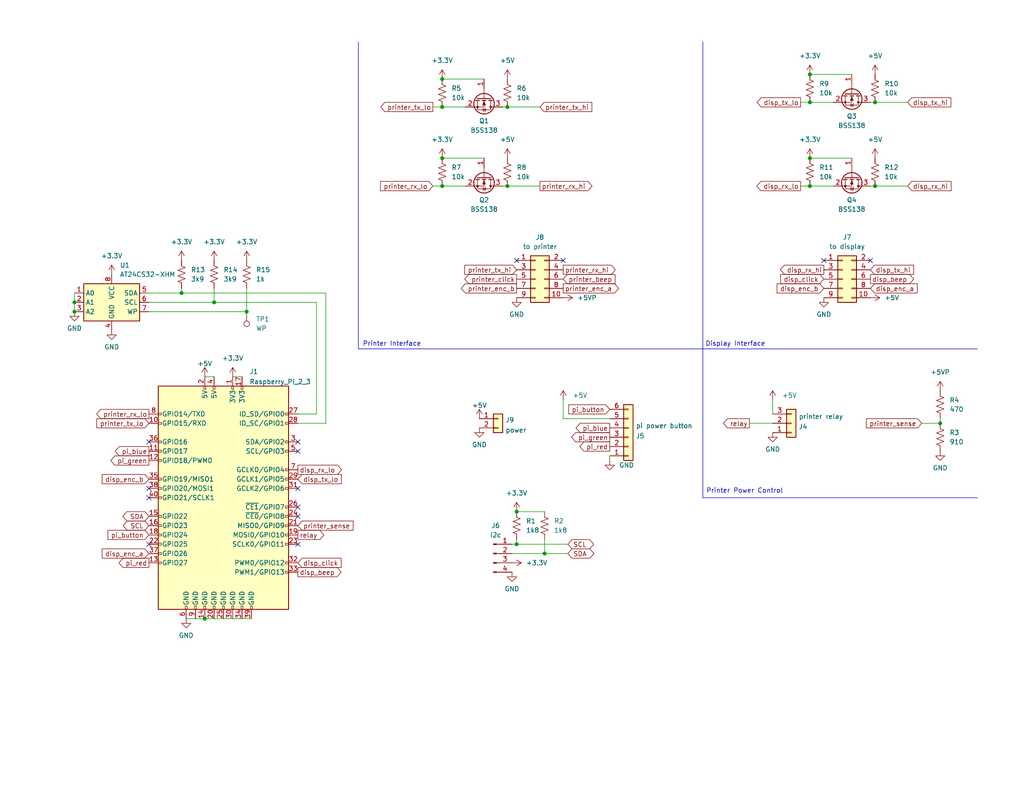
<source format=kicad_sch>
(kicad_sch (version 20231120) (generator "eeschema") (generator_version "8.0")
  (paper "USLetter")
  (title_block (title "OctoPi Breakout") (date "2024-12-02") (rev "B"))
  (lib_symbols
    (symbol "Connector:Conn_01x04_Pin" (pin_names (offset 1.016) hide)
      (property "Reference" "J" (at 0 5.08 0))
      (property "Value" "Conn_01x04_Pin" (at 0 -7.62 0))
      (symbol "Conn_01x04_Pin_1_1"
        (polyline (pts (xy 1.27 -5.08) (xy 0.8636 -5.08)) (stroke (width 0.1524)))
        (polyline (pts (xy 1.27 -2.54) (xy 0.8636 -2.54)) (stroke (width 0.1524)))
        (polyline (pts (xy 1.27 0) (xy 0.8636 0)) (stroke (width 0.1524)))
        (polyline (pts (xy 1.27 2.54) (xy 0.8636 2.54)) (stroke (width 0.1524)))
        (rectangle (start 0.8636 -4.953) (end 0 -5.207) (stroke (width 0.1524)) (fill (type outline)))
        (rectangle (start 0.8636 -2.413) (end 0 -2.667) (stroke (width 0.1524)) (fill (type outline)))
        (rectangle (start 0.8636 0.127) (end 0 -0.127) (stroke (width 0.1524)) (fill (type outline)))
        (rectangle (start 0.8636 2.667) (end 0 2.413) (stroke (width 0.1524)) (fill (type outline)))
        (pin passive line (at 5.08 2.54 180) (length 3.81) (name "Pin_1") (number "1"))
        (pin passive line (at 5.08 0 180) (length 3.81) (name "Pin_2") (number "2"))
        (pin passive line (at 5.08 -2.54 180) (length 3.81) (name "Pin_3") (number "3"))
        (pin passive line (at 5.08 -5.08 180) (length 3.81) (name "Pin_4") (number "4"))
      )
    )
    (symbol "Connector:Raspberry_Pi_2_3" (pin_names (offset 1.016))
      (property "Reference" "J" (at -17.78 31.75 0))
      (property "Value" "Raspberry_Pi_2_3" (at 10.16 -31.75 0))
      (symbol "Raspberry_Pi_2_3_0_1"
        (rectangle (start -17.78 30.48) (end 17.78 -30.48) (stroke (width 0.254)) (fill (type background)))
      )
      (symbol "Raspberry_Pi_2_3_1_1"
        (rectangle (start -16.891 -17.526) (end -17.78 -18.034))
        (rectangle (start -16.891 -14.986) (end -17.78 -15.494))
        (rectangle (start -16.891 -12.446) (end -17.78 -12.954))
        (rectangle (start -16.891 -9.906) (end -17.78 -10.414))
        (rectangle (start -16.891 -7.366) (end -17.78 -7.874))
        (rectangle (start -16.891 -4.826) (end -17.78 -5.334))
        (rectangle (start -16.891 0.254) (end -17.78 -0.254))
        (rectangle (start -16.891 2.794) (end -17.78 2.286))
        (rectangle (start -16.891 5.334) (end -17.78 4.826))
        (rectangle (start -16.891 10.414) (end -17.78 9.906))
        (rectangle (start -16.891 12.954) (end -17.78 12.446))
        (rectangle (start -16.891 15.494) (end -17.78 14.986))
        (rectangle (start -16.891 20.574) (end -17.78 20.066))
        (rectangle (start -16.891 23.114) (end -17.78 22.606))
        (rectangle (start -10.414 -29.591) (end -9.906 -30.48))
        (rectangle (start -7.874 -29.591) (end -7.366 -30.48))
        (rectangle (start -5.334 -29.591) (end -4.826 -30.48))
        (rectangle (start -5.334 30.48) (end -4.826 29.591))
        (rectangle (start -2.794 -29.591) (end -2.286 -30.48))
        (rectangle (start -2.794 30.48) (end -2.286 29.591))
        (rectangle (start -0.254 -29.591) (end 0.254 -30.48))
        (rectangle (start 2.286 -29.591) (end 2.794 -30.48))
        (rectangle (start 2.286 30.48) (end 2.794 29.591))
        (rectangle (start 4.826 -29.591) (end 5.334 -30.48))
        (rectangle (start 4.826 30.48) (end 5.334 29.591))
        (rectangle (start 7.366 -29.591) (end 7.874 -30.48))
        (rectangle (start 17.78 -20.066) (end 16.891 -20.574))
        (rectangle (start 17.78 -17.526) (end 16.891 -18.034))
        (rectangle (start 17.78 -12.446) (end 16.891 -12.954))
        (rectangle (start 17.78 -9.906) (end 16.891 -10.414))
        (rectangle (start 17.78 -7.366) (end 16.891 -7.874))
        (rectangle (start 17.78 -4.826) (end 16.891 -5.334))
        (rectangle (start 17.78 -2.286) (end 16.891 -2.794))
        (rectangle (start 17.78 2.794) (end 16.891 2.286))
        (rectangle (start 17.78 5.334) (end 16.891 4.826))
        (rectangle (start 17.78 7.874) (end 16.891 7.366))
        (rectangle (start 17.78 12.954) (end 16.891 12.446))
        (rectangle (start 17.78 15.494) (end 16.891 14.986))
        (rectangle (start 17.78 20.574) (end 16.891 20.066))
        (rectangle (start 17.78 23.114) (end 16.891 22.606))
        (pin power_in line (at 2.54 33.02 270) (length 2.54) (name "3V3") (number "1"))
        (pin bidirectional line (at -20.32 20.32 0) (length 2.54) (name "GPIO15/RXD") (number "10"))
        (pin bidirectional line (at -20.32 12.7 0) (length 2.54) (name "GPIO17") (number "11"))
        (pin bidirectional line (at -20.32 10.16 0) (length 2.54) (name "GPIO18/PWM0") (number "12"))
        (pin bidirectional line (at -20.32 -17.78 0) (length 2.54) (name "GPIO27") (number "13"))
        (pin power_in line (at -5.08 -33.02 90) (length 2.54) (name "GND") (number "14"))
        (pin bidirectional line (at -20.32 -5.08 0) (length 2.54) (name "GPIO22") (number "15"))
        (pin bidirectional line (at -20.32 -7.62 0) (length 2.54) (name "GPIO23") (number "16"))
        (pin power_in line (at 5.08 33.02 270) (length 2.54) (name "3V3") (number "17"))
        (pin bidirectional line (at -20.32 -10.16 0) (length 2.54) (name "GPIO24") (number "18"))
        (pin bidirectional line (at 20.32 -10.16 180) (length 2.54) (name "MOSI0/GPIO10") (number "19"))
        (pin power_in line (at -5.08 33.02 270) (length 2.54) (name "5V") (number "2"))
        (pin power_in line (at -2.54 -33.02 90) (length 2.54) (name "GND") (number "20"))
        (pin bidirectional line (at 20.32 -7.62 180) (length 2.54) (name "MISO0/GPIO9") (number "21"))
        (pin bidirectional line (at -20.32 -12.7 0) (length 2.54) (name "GPIO25") (number "22"))
        (pin bidirectional line (at 20.32 -12.7 180) (length 2.54) (name "SCLK0/GPIO11") (number "23"))
        (pin bidirectional line (at 20.32 -5.08 180) (length 2.54) (name "~{CE0}/GPIO8") (number "24"))
        (pin power_in line (at 0 -33.02 90) (length 2.54) (name "GND") (number "25"))
        (pin bidirectional line (at 20.32 -2.54 180) (length 2.54) (name "~{CE1}/GPIO7") (number "26"))
        (pin bidirectional line (at 20.32 22.86 180) (length 2.54) (name "ID_SD/GPIO0") (number "27"))
        (pin bidirectional line (at 20.32 20.32 180) (length 2.54) (name "ID_SC/GPIO1") (number "28"))
        (pin bidirectional line (at 20.32 5.08 180) (length 2.54) (name "GCLK1/GPIO5") (number "29"))
        (pin bidirectional line (at 20.32 15.24 180) (length 2.54) (name "SDA/GPIO2") (number "3"))
        (pin power_in line (at 2.54 -33.02 90) (length 2.54) (name "GND") (number "30"))
        (pin bidirectional line (at 20.32 2.54 180) (length 2.54) (name "GCLK2/GPIO6") (number "31"))
        (pin bidirectional line (at 20.32 -17.78 180) (length 2.54) (name "PWM0/GPIO12") (number "32"))
        (pin bidirectional line (at 20.32 -20.32 180) (length 2.54) (name "PWM1/GPIO13") (number "33"))
        (pin power_in line (at 5.08 -33.02 90) (length 2.54) (name "GND") (number "34"))
        (pin bidirectional line (at -20.32 5.08 0) (length 2.54) (name "GPIO19/MISO1") (number "35"))
        (pin bidirectional line (at -20.32 15.24 0) (length 2.54) (name "GPIO16") (number "36"))
        (pin bidirectional line (at -20.32 -15.24 0) (length 2.54) (name "GPIO26") (number "37"))
        (pin bidirectional line (at -20.32 2.54 0) (length 2.54) (name "GPIO20/MOSI1") (number "38"))
        (pin power_in line (at 7.62 -33.02 90) (length 2.54) (name "GND") (number "39"))
        (pin power_in line (at -2.54 33.02 270) (length 2.54) (name "5V") (number "4"))
        (pin bidirectional line (at -20.32 0 0) (length 2.54) (name "GPIO21/SCLK1") (number "40"))
        (pin bidirectional line (at 20.32 12.7 180) (length 2.54) (name "SCL/GPIO3") (number "5"))
        (pin power_in line (at -10.16 -33.02 90) (length 2.54) (name "GND") (number "6"))
        (pin bidirectional line (at 20.32 7.62 180) (length 2.54) (name "GCLK0/GPIO4") (number "7"))
        (pin bidirectional line (at -20.32 22.86 0) (length 2.54) (name "GPIO14/TXD") (number "8"))
        (pin power_in line (at -7.62 -33.02 90) (length 2.54) (name "GND") (number "9"))
      )
    )
    (symbol "Connector:TestPoint" (pin_numbers hide) (pin_names (offset 0.762) hide)
      (property "Reference" "TP" (at 0 6.858 0))
      (property "Value" "TestPoint" (at 0 5.08 0))
      (symbol "TestPoint_0_1"
        (circle (center 0 3.302) (radius 0.762))
      )
      (symbol "TestPoint_1_1"
        (pin passive line (at 0 0 90) (length 2.54) (name "1") (number "1"))
      )
    )
    (symbol "Connector_Generic:Conn_01x02" (pin_names (offset 1.016) hide)
      (property "Reference" "J" (at 0 2.54 0))
      (property "Value" "Conn_01x02" (at 0 -5.08 0))
      (symbol "Conn_01x02_1_1"
        (rectangle (start -1.27 -2.413) (end 0 -2.667) (stroke (width 0.1524)))
        (rectangle (start -1.27 0.127) (end 0 -0.127) (stroke (width 0.1524)))
        (rectangle (start -1.27 1.27) (end 1.27 -3.81) (stroke (width 0.254)) (fill (type background)))
        (pin passive line (at -5.08 0 0) (length 3.81) (name "Pin_1") (number "1"))
        (pin passive line (at -5.08 -2.54 0) (length 3.81) (name "Pin_2") (number "2"))
      )
    )
    (symbol "Connector_Generic:Conn_01x03" (pin_names (offset 1.016) hide)
      (property "Reference" "J" (at 0 5.08 0))
      (property "Value" "Conn_01x03" (at 0 -5.08 0))
      (symbol "Conn_01x03_1_1"
        (rectangle (start -1.27 -2.413) (end 0 -2.667) (stroke (width 0.1524)))
        (rectangle (start -1.27 0.127) (end 0 -0.127) (stroke (width 0.1524)))
        (rectangle (start -1.27 2.667) (end 0 2.413) (stroke (width 0.1524)))
        (rectangle (start -1.27 3.81) (end 1.27 -3.81) (stroke (width 0.254)) (fill (type background)))
        (pin passive line (at -5.08 2.54 0) (length 3.81) (name "Pin_1") (number "1"))
        (pin passive line (at -5.08 0 0) (length 3.81) (name "Pin_2") (number "2"))
        (pin passive line (at -5.08 -2.54 0) (length 3.81) (name "Pin_3") (number "3"))
      )
    )
    (symbol "Connector_Generic:Conn_01x06" (pin_names (offset 1.016) hide)
      (property "Reference" "J" (at 0 7.62 0))
      (property "Value" "Conn_01x06" (at 0 -10.16 0))
      (symbol "Conn_01x06_1_1"
        (rectangle (start -1.27 -7.493) (end 0 -7.747) (stroke (width 0.1524)))
        (rectangle (start -1.27 -4.953) (end 0 -5.207) (stroke (width 0.1524)))
        (rectangle (start -1.27 -2.413) (end 0 -2.667) (stroke (width 0.1524)))
        (rectangle (start -1.27 0.127) (end 0 -0.127) (stroke (width 0.1524)))
        (rectangle (start -1.27 2.667) (end 0 2.413) (stroke (width 0.1524)))
        (rectangle (start -1.27 5.207) (end 0 4.953) (stroke (width 0.1524)))
        (rectangle (start -1.27 6.35) (end 1.27 -8.89) (stroke (width 0.254)) (fill (type background)))
        (pin passive line (at -5.08 5.08 0) (length 3.81) (name "Pin_1") (number "1"))
        (pin passive line (at -5.08 2.54 0) (length 3.81) (name "Pin_2") (number "2"))
        (pin passive line (at -5.08 0 0) (length 3.81) (name "Pin_3") (number "3"))
        (pin passive line (at -5.08 -2.54 0) (length 3.81) (name "Pin_4") (number "4"))
        (pin passive line (at -5.08 -5.08 0) (length 3.81) (name "Pin_5") (number "5"))
        (pin passive line (at -5.08 -7.62 0) (length 3.81) (name "Pin_6") (number "6"))
      )
    )
    (symbol "Connector_Generic:Conn_02x05_Odd_Even" (pin_names (offset 1.016) hide)
      (property "Reference" "J" (at 1.27 7.62 0))
      (property "Value" "Conn_02x05_Odd_Even" (at 1.27 -7.62 0))
      (symbol "Conn_02x05_Odd_Even_1_1"
        (rectangle (start -1.27 -4.953) (end 0 -5.207) (stroke (width 0.1524)))
        (rectangle (start -1.27 -2.413) (end 0 -2.667) (stroke (width 0.1524)))
        (rectangle (start -1.27 0.127) (end 0 -0.127) (stroke (width 0.1524)))
        (rectangle (start -1.27 2.667) (end 0 2.413) (stroke (width 0.1524)))
        (rectangle (start -1.27 5.207) (end 0 4.953) (stroke (width 0.1524)))
        (rectangle (start -1.27 6.35) (end 3.81 -6.35) (stroke (width 0.254)) (fill (type background)))
        (rectangle (start 3.81 -4.953) (end 2.54 -5.207) (stroke (width 0.1524)))
        (rectangle (start 3.81 -2.413) (end 2.54 -2.667) (stroke (width 0.1524)))
        (rectangle (start 3.81 0.127) (end 2.54 -0.127) (stroke (width 0.1524)))
        (rectangle (start 3.81 2.667) (end 2.54 2.413) (stroke (width 0.1524)))
        (rectangle (start 3.81 5.207) (end 2.54 4.953) (stroke (width 0.1524)))
        (pin passive line (at -5.08 5.08 0) (length 3.81) (name "Pin_1") (number "1"))
        (pin passive line (at 7.62 -5.08 180) (length 3.81) (name "Pin_10") (number "10"))
        (pin passive line (at 7.62 5.08 180) (length 3.81) (name "Pin_2") (number "2"))
        (pin passive line (at -5.08 2.54 0) (length 3.81) (name "Pin_3") (number "3"))
        (pin passive line (at 7.62 2.54 180) (length 3.81) (name "Pin_4") (number "4"))
        (pin passive line (at -5.08 0 0) (length 3.81) (name "Pin_5") (number "5"))
        (pin passive line (at 7.62 0 180) (length 3.81) (name "Pin_6") (number "6"))
        (pin passive line (at -5.08 -2.54 0) (length 3.81) (name "Pin_7") (number "7"))
        (pin passive line (at 7.62 -2.54 180) (length 3.81) (name "Pin_8") (number "8"))
        (pin passive line (at -5.08 -5.08 0) (length 3.81) (name "Pin_9") (number "9"))
      )
    )
    (symbol "Device:R_US" (pin_numbers hide) (pin_names (offset 0))
      (property "Reference" "R" (at 2.54 0 90))
      (property "Value" "R_US" (at -2.54 0 90))
      (symbol "R_US_0_1"
        (polyline (pts (xy 0 -2.286) (xy 0 -2.54)))
        (polyline (pts (xy 0 2.286) (xy 0 2.54)))
        (polyline (pts (xy 0 -0.762) (xy 1.016 -1.143) (xy 0 -1.524) (xy -1.016 -1.905) (xy 0 -2.286)))
        (polyline (pts (xy 0 0.762) (xy 1.016 0.381) (xy 0 0) (xy -1.016 -0.381) (xy 0 -0.762)))
        (polyline (pts (xy 0 2.286) (xy 1.016 1.905) (xy 0 1.524) (xy -1.016 1.143) (xy 0 0.762)))
      )
      (symbol "R_US_1_1"
        (pin passive line (at 0 3.81 270) (length 1.27) (name "~") (number "1"))
        (pin passive line (at 0 -3.81 90) (length 1.27) (name "~") (number "2"))
      )
    )
    (symbol "Memory_EEPROM:AT24CS32-XHM"
      (property "Reference" "U" (at -7.62 6.35 0))
      (property "Value" "AT24CS32-XHM" (at 2.54 -6.35 0))
      (symbol "AT24CS32-XHM_1_1"
        (rectangle (start -7.62 5.08) (end 7.62 -5.08) (stroke (width 0.254)) (fill (type background)))
        (pin input line (at -10.16 2.54 0) (length 2.54) (name "A0") (number "1"))
        (pin input line (at -10.16 0 0) (length 2.54) (name "A1") (number "2"))
        (pin input line (at -10.16 -2.54 0) (length 2.54) (name "A2") (number "3"))
        (pin power_in line (at 0 -7.62 90) (length 2.54) (name "GND") (number "4"))
        (pin bidirectional line (at 10.16 2.54 180) (length 2.54) (name "SDA") (number "5"))
        (pin input line (at 10.16 0 180) (length 2.54) (name "SCL") (number "6"))
        (pin input line (at 10.16 -2.54 180) (length 2.54) (name "WP") (number "7"))
        (pin power_in line (at 0 7.62 270) (length 2.54) (name "VCC") (number "8"))
      )
    )
    (symbol "Transistor_FET:BSS138" (pin_names hide)
      (property "Reference" "Q" (at 5.08 1.905 0))
      (property "Value" "BSS138" (at 5.08 0 0))
      (symbol "BSS138_0_1"
        (polyline (pts (xy 0.254 0) (xy -2.54 0)))
        (polyline (pts (xy 0.254 1.905) (xy 0.254 -1.905)) (stroke (width 0.254)))
        (polyline (pts (xy 0.762 -1.27) (xy 0.762 -2.286)) (stroke (width 0.254)))
        (polyline (pts (xy 0.762 0.508) (xy 0.762 -0.508)) (stroke (width 0.254)))
        (polyline (pts (xy 0.762 2.286) (xy 0.762 1.27)) (stroke (width 0.254)))
        (polyline (pts (xy 2.54 2.54) (xy 2.54 1.778)))
        (polyline (pts (xy 2.54 -2.54) (xy 2.54 0) (xy 0.762 0)))
        (polyline (pts (xy 0.762 -1.778) (xy 3.302 -1.778) (xy 3.302 1.778) (xy 0.762 1.778)))
        (polyline (pts (xy 1.016 0) (xy 2.032 0.381) (xy 2.032 -0.381) (xy 1.016 0)) (fill (type outline)))
        (polyline (pts (xy 2.794 0.508) (xy 2.921 0.381) (xy 3.683 0.381) (xy 3.81 0.254)))
        (polyline (pts (xy 3.302 0.381) (xy 2.921 -0.254) (xy 3.683 -0.254) (xy 3.302 0.381)))
        (circle (center 1.651 0) (radius 2.794) (stroke (width 0.254)))
        (circle (center 2.54 -1.778) (radius 0.254) (fill (type outline)))
        (circle (center 2.54 1.778) (radius 0.254) (fill (type outline)))
      )
      (symbol "BSS138_1_1"
        (pin input line (at -5.08 0 0) (length 2.54) (name "G") (number "1"))
        (pin passive line (at 2.54 -5.08 90) (length 2.54) (name "S") (number "2"))
        (pin passive line (at 2.54 5.08 270) (length 2.54) (name "D") (number "3"))
      )
    )
    (symbol "power:+3.3V" (power) (pin_numbers hide) (pin_names (offset 0) hide)
      (property "Value" "+3.3V" (at 0 3.556 0))
      (symbol "+3.3V_0_1"
        (polyline (pts (xy -0.762 1.27) (xy 0 2.54)))
        (polyline (pts (xy 0 0) (xy 0 2.54)))
        (polyline (pts (xy 0 2.54) (xy 0.762 1.27)))
      )
      (symbol "+3.3V_1_1"
        (pin power_in line (at 0 0 90) (length 0) (name "~") (number "1"))
      )
    )
    (symbol "power:+5V" (power) (pin_names (offset 0))
      (property "Value" "+5V" (at 0 3.556 0))
      (symbol "+5V_0_1"
        (polyline (pts (xy -0.762 1.27) (xy 0 2.54)))
        (polyline (pts (xy 0 0) (xy 0 2.54)))
        (polyline (pts (xy 0 2.54) (xy 0.762 1.27)))
      )
      (symbol "+5V_1_1"
        (pin power_in line (at 0 0 90) (length 0) hide (name "+5V") (number "1"))
      )
    )
    (symbol "power:+5VP" (power) (pin_numbers hide) (pin_names (offset 0) hide)
      (property "Value" "+5VP" (at 0 3.556 0))
      (symbol "+5VP_0_1"
        (polyline (pts (xy -0.762 1.27) (xy 0 2.54)))
        (polyline (pts (xy 0 0) (xy 0 2.54)))
        (polyline (pts (xy 0 2.54) (xy 0.762 1.27)))
      )
      (symbol "+5VP_1_1"
        (pin power_in line (at 0 0 90) (length 0) (name "~") (number "1"))
      )
    )
    (symbol "power:GND" (power) (pin_names (offset 0))
      (property "Value" "GND" (at 0 -3.81 0))
      (symbol "GND_0_1"
        (polyline (pts (xy 0 0) (xy 0 -1.27) (xy 1.27 -1.27) (xy 0 -2.54) (xy -1.27 -1.27) (xy 0 -1.27)))
      )
      (symbol "GND_1_1"
        (pin power_in line (at 0 0 270) (length 0) hide (name "GND") (number "1"))
      )
    )
  )
  (junction (at 120.65 43.18))
  (junction (at 138.43 50.8))
  (junction (at 138.43 29.21))
  (junction (at 256.54 115.57))
  (junction (at 58.42 82.55))
  (junction (at 220.98 43.18))
  (junction (at 20.32 82.55))
  (junction (at 55.88 168.91))
  (junction (at 220.98 27.94))
  (junction (at 148.59 151.13))
  (junction (at 238.76 27.94))
  (junction (at 120.65 21.59))
  (junction (at 67.31 85.09))
  (junction (at 140.97 148.59))
  (junction (at 140.97 139.7))
  (junction (at 220.98 20.32))
  (junction (at 120.65 29.21))
  (junction (at 120.65 50.8))
  (junction (at 220.98 50.8))
  (junction (at 49.53 80.01))
  (junction (at 20.32 85.09))
  (junction (at 238.76 50.8))
  (no_connect (at 81.28 133.35))
  (no_connect (at 40.64 120.65))
  (no_connect (at 81.28 138.43))
  (no_connect (at 40.64 133.35))
  (no_connect (at 81.28 120.65))
  (no_connect (at 81.28 148.59))
  (no_connect (at 40.64 135.89))
  (no_connect (at 224.79 71.12))
  (no_connect (at 140.97 71.12))
  (no_connect (at 237.49 71.12))
  (no_connect (at 40.64 148.59))
  (no_connect (at 81.28 140.97))
  (no_connect (at 153.67 71.12))
  (no_connect (at 81.28 123.19))
  (wire (pts (xy 55.88 168.91) (xy 68.58 168.91)))
  (wire (pts (xy 140.97 147.32) (xy 140.97 148.59)))
  (wire (pts (xy 81.28 113.03) (xy 86.36 113.03)))
  (wire (pts (xy 55.88 102.87) (xy 58.42 102.87)))
  (wire (pts (xy 140.97 139.7) (xy 148.59 139.7)))
  (wire (pts (xy 88.9 80.01) (xy 49.53 80.01)))
  (wire (pts (xy 256.54 114.3) (xy 256.54 115.57)))
  (wire (pts (xy 166.37 124.46) (xy 166.37 125.73)))
  (polyline (pts (xy 97.79 11.43) (xy 97.79 95.25)))
  (wire (pts (xy 20.32 80.01) (xy 20.32 82.55)))
  (wire (pts (xy 40.64 82.55) (xy 58.42 82.55)))
  (wire (pts (xy 218.44 27.94) (xy 220.98 27.94)))
  (polyline (pts (xy 191.77 95.25) (xy 97.79 95.25)))
  (wire (pts (xy 120.65 29.21) (xy 127 29.21)))
  (wire (pts (xy 140.97 148.59) (xy 139.7 148.59)))
  (wire (pts (xy 20.32 82.55) (xy 20.32 85.09)))
  (wire (pts (xy 67.31 85.09) (xy 67.31 78.74)))
  (wire (pts (xy 237.49 27.94) (xy 238.76 27.94)))
  (polyline (pts (xy 191.77 95.25) (xy 266.7 95.25)))
  (wire (pts (xy 153.67 114.3) (xy 166.37 114.3)))
  (wire (pts (xy 148.59 147.32) (xy 148.59 151.13)))
  (wire (pts (xy 120.65 50.8) (xy 127 50.8)))
  (polyline (pts (xy 191.77 135.89) (xy 266.7 135.89)))
  (wire (pts (xy 88.9 115.57) (xy 88.9 80.01)))
  (polyline (pts (xy 191.77 95.25) (xy 191.77 135.89)))
  (wire (pts (xy 220.98 27.94) (xy 227.33 27.94)))
  (wire (pts (xy 154.94 151.13) (xy 148.59 151.13)))
  (wire (pts (xy 153.67 109.22) (xy 153.67 114.3)))
  (polyline (pts (xy 191.77 11.43) (xy 191.77 95.25)))
  (wire (pts (xy 220.98 20.32) (xy 232.41 20.32)))
  (wire (pts (xy 210.82 109.22) (xy 210.82 113.03)))
  (wire (pts (xy 137.16 50.8) (xy 138.43 50.8)))
  (wire (pts (xy 81.28 115.57) (xy 88.9 115.57)))
  (wire (pts (xy 58.42 78.74) (xy 58.42 82.55)))
  (wire (pts (xy 138.43 50.8) (xy 147.32 50.8)))
  (wire (pts (xy 120.65 43.18) (xy 132.08 43.18)))
  (wire (pts (xy 204.47 115.57) (xy 210.82 115.57)))
  (wire (pts (xy 139.7 151.13) (xy 148.59 151.13)))
  (wire (pts (xy 63.5 102.87) (xy 66.04 102.87)))
  (wire (pts (xy 58.42 82.55) (xy 86.36 82.55)))
  (wire (pts (xy 50.8 168.91) (xy 55.88 168.91)))
  (wire (pts (xy 154.94 148.59) (xy 140.97 148.59)))
  (wire (pts (xy 137.16 29.21) (xy 138.43 29.21)))
  (wire (pts (xy 220.98 43.18) (xy 232.41 43.18)))
  (wire (pts (xy 237.49 50.8) (xy 238.76 50.8)))
  (wire (pts (xy 49.53 78.74) (xy 49.53 80.01)))
  (wire (pts (xy 238.76 27.94) (xy 247.65 27.94)))
  (wire (pts (xy 118.11 50.8) (xy 120.65 50.8)))
  (wire (pts (xy 220.98 50.8) (xy 227.33 50.8)))
  (wire (pts (xy 238.76 50.8) (xy 247.65 50.8)))
  (wire (pts (xy 138.43 29.21) (xy 147.32 29.21)))
  (wire (pts (xy 86.36 113.03) (xy 86.36 82.55)))
  (wire (pts (xy 251.46 115.57) (xy 256.54 115.57)))
  (wire (pts (xy 40.64 80.01) (xy 49.53 80.01)))
  (wire (pts (xy 218.44 50.8) (xy 220.98 50.8)))
  (wire (pts (xy 120.65 21.59) (xy 132.08 21.59)))
  (wire (pts (xy 118.11 29.21) (xy 120.65 29.21)))
  (wire (pts (xy 40.64 85.09) (xy 67.31 85.09)))
  (text "Printer Interface" (at 106.934 93.98 0) (effects (font (size 1.27 1.27))))
  (text "Display Interface" (at 200.66 93.98 0) (effects (font (size 1.27 1.27))))
  (text "Printer Power Control" (at 203.2 134.112 0) (effects (font (size 1.27 1.27))))
  (global_label "relay" (shape output) (at 204.47 115.57 180) (property "Intersheetrefs" "${INTERSHEET_REFS}" (effects (hide yes))))
  (global_label "disp_click" (shape input) (at 81.28 153.67 0) (property "Intersheetrefs" "${INTERSHEET_REFS}" (effects (hide yes))))
  (global_label "printer_sense" (shape input) (at 81.28 143.51 0) (property "Intersheetrefs" "${INTERSHEET_REFS}" (effects (hide yes))))
  (global_label "printer_rx_hi" (shape output) (at 147.32 50.8 0) (property "Intersheetrefs" "${INTERSHEET_REFS}" (effects (hide yes))))
  (global_label "pi_green" (shape output) (at 40.64 125.73 180) (property "Intersheetrefs" "${INTERSHEET_REFS}" (effects (hide yes))))
  (global_label "disp_tx_hi" (shape input) (at 237.49 73.66 0) (property "Intersheetrefs" "${INTERSHEET_REFS}" (effects (hide yes))))
  (global_label "printer_tx_hi" (shape input) (at 140.97 73.66 180) (property "Intersheetrefs" "${INTERSHEET_REFS}" (effects (hide yes))))
  (global_label "SCL" (shape bidirectional) (at 40.64 143.51 180) (property "Intersheetrefs" "${INTERSHEET_REFS}" (effects (hide yes))))
  (global_label "pi_blue" (shape output) (at 166.37 116.84 180) (property "Intersheetrefs" "${INTERSHEET_REFS}" (effects (hide yes))))
  (global_label "printer_enc_a" (shape output) (at 153.67 78.74 0) (property "Intersheetrefs" "${INTERSHEET_REFS}" (effects (hide yes))))
  (global_label "disp_rx_hi" (shape output) (at 224.79 73.66 180) (property "Intersheetrefs" "${INTERSHEET_REFS}" (effects (hide yes))))
  (global_label "printer_tx_lo" (shape input) (at 40.64 115.57 180) (property "Intersheetrefs" "${INTERSHEET_REFS}" (effects (hide yes))))
  (global_label "disp_enc_a" (shape input) (at 237.49 78.74 0) (property "Intersheetrefs" "${INTERSHEET_REFS}" (effects (hide yes))))
  (global_label "pi_green" (shape output) (at 166.37 119.38 180) (property "Intersheetrefs" "${INTERSHEET_REFS}" (effects (hide yes))))
  (global_label "disp_beep" (shape output) (at 81.28 156.21 0) (property "Intersheetrefs" "${INTERSHEET_REFS}" (effects (hide yes))))
  (global_label "SDA" (shape bidirectional) (at 154.94 151.13 0) (property "Intersheetrefs" "${INTERSHEET_REFS}" (effects (hide yes))))
  (global_label "disp_tx_lo" (shape input) (at 81.28 130.81 0) (property "Intersheetrefs" "${INTERSHEET_REFS}" (effects (hide yes))))
  (global_label "pi_button" (shape input) (at 40.64 146.05 180) (property "Intersheetrefs" "${INTERSHEET_REFS}" (effects (hide yes))))
  (global_label "disp_rx_lo" (shape output) (at 81.28 128.27 0) (property "Intersheetrefs" "${INTERSHEET_REFS}" (effects (hide yes))))
  (global_label "relay" (shape output) (at 81.28 146.05 0) (property "Intersheetrefs" "${INTERSHEET_REFS}" (effects (hide yes))))
  (global_label "pi_blue" (shape output) (at 40.64 123.19 180) (property "Intersheetrefs" "${INTERSHEET_REFS}" (effects (hide yes))))
  (global_label "disp_tx_hi" (shape input) (at 247.65 27.94 0) (property "Intersheetrefs" "${INTERSHEET_REFS}" (effects (hide yes))))
  (global_label "pi_button" (shape input) (at 166.37 111.76 180) (property "Intersheetrefs" "${INTERSHEET_REFS}" (effects (hide yes))))
  (global_label "disp_enc_b" (shape input) (at 224.79 78.74 180) (property "Intersheetrefs" "${INTERSHEET_REFS}" (effects (hide yes))))
  (global_label "printer_click" (shape output) (at 140.97 76.2 180) (property "Intersheetrefs" "${INTERSHEET_REFS}" (effects (hide yes))))
  (global_label "SCL" (shape bidirectional) (at 154.94 148.59 0) (property "Intersheetrefs" "${INTERSHEET_REFS}" (effects (hide yes))))
  (global_label "disp_click" (shape input) (at 224.79 76.2 180) (property "Intersheetrefs" "${INTERSHEET_REFS}" (effects (hide yes))))
  (global_label "printer_enc_b" (shape output) (at 140.97 78.74 180) (property "Intersheetrefs" "${INTERSHEET_REFS}" (effects (hide yes))))
  (global_label "printer_rx_lo" (shape output) (at 40.64 113.03 180) (property "Intersheetrefs" "${INTERSHEET_REFS}" (effects (hide yes))))
  (global_label "disp_enc_b" (shape input) (at 40.64 130.81 180) (property "Intersheetrefs" "${INTERSHEET_REFS}" (effects (hide yes))))
  (global_label "pi_red" (shape output) (at 40.64 153.67 180) (property "Intersheetrefs" "${INTERSHEET_REFS}" (effects (hide yes))))
  (global_label "SDA" (shape bidirectional) (at 40.64 140.97 180) (property "Intersheetrefs" "${INTERSHEET_REFS}" (effects (hide yes))))
  (global_label "disp_tx_lo" (shape output) (at 218.44 27.94 180) (property "Intersheetrefs" "${INTERSHEET_REFS}" (effects (hide yes))))
  (global_label "disp_beep" (shape output) (at 237.49 76.2 0) (property "Intersheetrefs" "${INTERSHEET_REFS}" (effects (hide yes))))
  (global_label "printer_rx_lo" (shape input) (at 118.11 50.8 180) (property "Intersheetrefs" "${INTERSHEET_REFS}" (effects (hide yes))))
  (global_label "disp_rx_hi" (shape input) (at 247.65 50.8 0) (property "Intersheetrefs" "${INTERSHEET_REFS}" (effects (hide yes))))
  (global_label "printer_tx_hi" (shape input) (at 147.32 29.21 0) (property "Intersheetrefs" "${INTERSHEET_REFS}" (effects (hide yes))))
  (global_label "printer_beep" (shape input) (at 153.67 76.2 0) (property "Intersheetrefs" "${INTERSHEET_REFS}" (effects (hide yes))))
  (global_label "printer_rx_hi" (shape output) (at 153.67 73.66 0) (property "Intersheetrefs" "${INTERSHEET_REFS}" (effects (hide yes))))
  (global_label "disp_enc_a" (shape input) (at 40.64 151.13 180) (property "Intersheetrefs" "${INTERSHEET_REFS}" (effects (hide yes))))
  (global_label "printer_tx_lo" (shape output) (at 118.11 29.21 180) (property "Intersheetrefs" "${INTERSHEET_REFS}" (effects (hide yes))))
  (global_label "printer_sense" (shape input) (at 251.46 115.57 180) (property "Intersheetrefs" "${INTERSHEET_REFS}" (effects (hide yes))))
  (global_label "pi_red" (shape output) (at 166.37 121.92 180) (property "Intersheetrefs" "${INTERSHEET_REFS}" (effects (hide yes))))
  (global_label "disp_rx_lo" (shape output) (at 218.44 50.8 180) (property "Intersheetrefs" "${INTERSHEET_REFS}" (effects (hide yes))))
  (symbol (lib_id "power:+3.3V") (at 120.65 21.59 0) (unit 1)
    (property "Reference" "#PWR013" (effects (hide yes)))
    (property "Value" "+3.3V" (at 120.65 16.51 0))
    (property "Description" "Power symbol creates a global label with name \"+3.3V\"" (effects (hide yes)))
  )
  (symbol (lib_id "power:+3.3V") (at 139.7 153.67 270) (unit 1)
    (property "Reference" "#PWR04" (effects (hide yes)))
    (property "Value" "+3.3V" (at 143.51 153.6699 90) (effects (justify left)))
    (property "Description" "Power symbol creates a global label with name \"+3.3V\"" (effects (hide yes)))
  )
  (symbol (lib_id "power:GND") (at 139.7 156.21 0) (unit 1)
    (property "Reference" "#PWR01" (effects (hide yes)))
    (property "Value" "GND" (at 139.7 160.7725 0))
  )
  (symbol (lib_id "Device:R_US") (at 238.76 24.13 0) (unit 1)
    (property "Reference" "R10" (at 241.3 22.8599 0) (effects (justify left)))
    (property "Value" "10k" (at 241.3 25.3999 0) (effects (justify left)))
    (property "Footprint" "Resistor_SMD:R_0805_2012Metric_Pad1.20x1.40mm_HandSolder" (effects (hide yes)))
    (property "Description" "Resistor, US symbol" (effects (hide yes)))
  )
  (symbol (lib_id "power:GND") (at 210.82 118.11 0) (unit 1)
    (property "Reference" "#PWR0106" (effects (hide yes)))
    (property "Value" "GND" (at 210.82 122.6725 0))
  )
  (symbol (lib_id "Transistor_FET:BSS138") (at 132.08 48.26 270) (unit 1)
    (property "Reference" "Q2" (at 132.08 54.61 90))
    (property "Value" "BSS138" (at 132.08 57.15 90))
    (property "Footprint" "Package_TO_SOT_SMD:SOT-23" (effects (hide yes)))
    (property "Datasheet" "https://www.onsemi.com/pub/Collateral/BSS138-D.PDF" (effects (hide yes)))
    (property "Description" "50V Vds, 0.22A Id, N-Channel MOSFET, SOT-23" (effects (hide yes)))
  )
  (symbol (lib_id "Memory_EEPROM:AT24CS32-XHM") (at 30.48 82.55 0) (unit 1)
    (property "Reference" "U1" (at 32.6741 72.39 0) (effects (justify left)))
    (property "Value" "AT24CS32-XHM" (at 32.6741 74.93 0) (effects (justify left)))
    (property "Footprint" "Package_SO:TSSOP-8_4.4x3mm_P0.65mm" (effects (hide yes)))
    (property "Datasheet" "http://ww1.microchip.com/downloads/en/DeviceDoc/Atmel-8869-SEEPROM-AT24CS32-Datasheet.pdf" (effects (hide yes)))
    (property "Description" "I2C Serial EEPROM, 32Kb (4096x8) with Unique Serial Number, TSSOP8" (effects (hide yes)))
  )
  (symbol (lib_id "Connector_Generic:Conn_01x06") (at 171.45 119.38 0) (mirror x) (unit 1)
    (property "Reference" "J5" (at 173.482 119.0185 0) (effects (justify left)))
    (property "Value" "pi power button" (at 173.482 116.2434 0) (effects (justify left)))
    (property "Footprint" "Connector_JST:JST_XH_S6B-XH-A_1x06_P2.50mm_Horizontal" (effects (hide yes)))
  )
  (symbol (lib_id "Transistor_FET:BSS138") (at 132.08 26.67 270) (unit 1)
    (property "Reference" "Q1" (at 132.08 33.02 90))
    (property "Value" "BSS138" (at 132.08 35.56 90))
    (property "Footprint" "Package_TO_SOT_SMD:SOT-23" (effects (hide yes)))
    (property "Datasheet" "https://www.onsemi.com/pub/Collateral/BSS138-D.PDF" (effects (hide yes)))
    (property "Description" "50V Vds, 0.22A Id, N-Channel MOSFET, SOT-23" (effects (hide yes)))
  )
  (symbol (lib_id "Device:R_US") (at 140.97 143.51 0) (unit 1)
    (property "Reference" "R1" (at 143.51 142.2399 0) (effects (justify left)))
    (property "Value" "1k8" (at 143.51 144.7799 0) (effects (justify left)))
    (property "Footprint" "Resistor_SMD:R_0805_2012Metric_Pad1.20x1.40mm_HandSolder" (effects (hide yes)))
    (property "Description" "Resistor, US symbol" (effects (hide yes)))
  )
  (symbol (lib_id "power:+5V") (at 55.88 102.87 0) (unit 1)
    (property "Reference" "#PWR0102" (effects (hide yes)))
    (property "Value" "+5V" (at 55.88 99.2655 0))
  )
  (symbol (lib_id "power:+3.3V") (at 67.31 71.12 0) (unit 1)
    (property "Reference" "#PWR025" (effects (hide yes)))
    (property "Value" "+3.3V" (at 67.31 66.04 0))
    (property "Description" "Power symbol creates a global label with name \"+3.3V\"" (effects (hide yes)))
  )
  (symbol (lib_id "power:+5VP") (at 256.54 106.68 0) (unit 1)
    (property "Reference" "#PWR012" (effects (hide yes)))
    (property "Value" "+5VP" (at 256.54 101.6 0))
    (property "Description" "Power symbol creates a global label with name \"+5VP\"" (effects (hide yes)))
  )
  (symbol (lib_id "Device:R_US") (at 120.65 46.99 0) (unit 1)
    (property "Reference" "R7" (at 123.19 45.7199 0) (effects (justify left)))
    (property "Value" "10k" (at 123.19 48.2599 0) (effects (justify left)))
    (property "Footprint" "Resistor_SMD:R_0805_2012Metric_Pad1.20x1.40mm_HandSolder" (effects (hide yes)))
    (property "Description" "Resistor, US symbol" (effects (hide yes)))
  )
  (symbol (lib_id "Device:R_US") (at 67.31 74.93 0) (unit 1)
    (property "Reference" "R15" (at 69.85 73.6599 0) (effects (justify left)))
    (property "Value" "1k" (at 69.85 76.1999 0) (effects (justify left)))
    (property "Footprint" "Resistor_SMD:R_0805_2012Metric_Pad1.20x1.40mm_HandSolder" (effects (hide yes)))
    (property "Description" "Resistor, US symbol" (effects (hide yes)))
  )
  (symbol (lib_id "power:+5V") (at 210.82 109.22 0) (unit 1)
    (property "Reference" "#PWR0107" (effects (hide yes)))
    (property "Value" "+5V" (at 213.36 107.9499 0) (effects (justify left)))
  )
  (symbol (lib_id "Connector_Generic:Conn_01x03") (at 215.9 115.57 0) (mirror x) (unit 1)
    (property "Reference" "J4" (at 217.932 116.4785 0) (effects (justify left)))
    (property "Value" "printer relay" (at 217.932 113.7034 0) (effects (justify left)))
    (property "Footprint" "Connector_JST:JST_XH_S3B-XH-A_1x03_P2.50mm_Horizontal" (effects (hide yes)))
  )
  (symbol (lib_id "power:+5V") (at 237.49 81.28 270) (unit 1)
    (property "Reference" "#PWR09" (effects (hide yes)))
    (property "Value" "+5V" (at 241.3 81.2799 90) (effects (justify left)))
  )
  (symbol (lib_id "power:+3.3V") (at 49.53 71.12 0) (unit 1)
    (property "Reference" "#PWR021" (effects (hide yes)))
    (property "Value" "+3.3V" (at 49.53 66.04 0))
    (property "Description" "Power symbol creates a global label with name \"+3.3V\"" (effects (hide yes)))
  )
  (symbol (lib_id "Device:R_US") (at 148.59 143.51 0) (unit 1)
    (property "Reference" "R2" (at 151.13 142.2399 0) (effects (justify left)))
    (property "Value" "1k8" (at 151.13 144.7799 0) (effects (justify left)))
    (property "Footprint" "Resistor_SMD:R_0805_2012Metric_Pad1.20x1.40mm_HandSolder" (effects (hide yes)))
    (property "Description" "Resistor, US symbol" (effects (hide yes)))
  )
  (symbol (lib_id "Device:R_US") (at 220.98 24.13 0) (unit 1)
    (property "Reference" "R9" (at 223.52 22.8599 0) (effects (justify left)))
    (property "Value" "10k" (at 223.52 25.3999 0) (effects (justify left)))
    (property "Footprint" "Resistor_SMD:R_0805_2012Metric_Pad1.20x1.40mm_HandSolder" (effects (hide yes)))
    (property "Description" "Resistor, US symbol" (effects (hide yes)))
  )
  (symbol (lib_id "Device:R_US") (at 138.43 25.4 0) (unit 1)
    (property "Reference" "R6" (at 140.97 24.1299 0) (effects (justify left)))
    (property "Value" "10k" (at 140.97 26.6699 0) (effects (justify left)))
    (property "Footprint" "Resistor_SMD:R_0805_2012Metric_Pad1.20x1.40mm_HandSolder" (effects (hide yes)))
    (property "Description" "Resistor, US symbol" (effects (hide yes)))
  )
  (symbol (lib_id "Connector_Generic:Conn_02x05_Odd_Even") (at 229.87 76.2 0) (unit 1)
    (property "Reference" "J7" (at 231.14 64.77 0))
    (property "Value" "to display" (at 231.14 67.31 0))
    (property "Footprint" "Connector_IDC:IDC-Header_2x05_P2.54mm_Horizontal" (effects (hide yes)))
    (property "Description" "Generic connector, double row, 02x05, odd/even pin numbering scheme (row 1 odd numbers, row 2 even numbers), script generated (kicad-library-utils/schlib/autogen/connector/)" (effects (hide yes)))
  )
  (symbol (lib_id "power:GND") (at 50.8 168.91 0) (unit 1)
    (property "Reference" "#PWR0101" (effects (hide yes)))
    (property "Value" "GND" (at 50.8 173.4725 0))
  )
  (symbol (lib_id "Device:R_US") (at 120.65 25.4 0) (unit 1)
    (property "Reference" "R5" (at 123.19 24.1299 0) (effects (justify left)))
    (property "Value" "10k" (at 123.19 26.6699 0) (effects (justify left)))
    (property "Footprint" "Resistor_SMD:R_0805_2012Metric_Pad1.20x1.40mm_HandSolder" (effects (hide yes)))
    (property "Description" "Resistor, US symbol" (effects (hide yes)))
  )
  (symbol (lib_id "power:+5V") (at 238.76 20.32 0) (unit 1)
    (property "Reference" "#PWR018" (effects (hide yes)))
    (property "Value" "+5V" (at 238.76 15.24 0))
  )
  (symbol (lib_id "power:+5V") (at 138.43 21.59 0) (unit 1)
    (property "Reference" "#PWR014" (effects (hide yes)))
    (property "Value" "+5V" (at 138.43 16.51 0))
  )
  (symbol (lib_id "power:+5V") (at 238.76 43.18 0) (unit 1)
    (property "Reference" "#PWR020" (effects (hide yes)))
    (property "Value" "+5V" (at 238.76 38.1 0))
  )
  (symbol (lib_id "power:GND") (at 30.48 90.17 0) (unit 1)
    (property "Reference" "#PWR024" (effects (hide yes)))
    (property "Value" "GND" (at 30.48 94.7325 0))
  )
  (symbol (lib_id "Connector:TestPoint") (at 67.31 85.09 180) (unit 1)
    (property "Reference" "TP1" (at 69.85 87.1219 0) (effects (justify right)))
    (property "Value" "WP" (at 69.85 89.6619 0) (effects (justify right)))
    (property "Footprint" "TestPoint:TestPoint_Keystone_5010-5014_Multipurpose" (effects (hide yes)))
    (property "Description" "test point" (effects (hide yes)))
  )
  (symbol (lib_id "power:GND") (at 166.37 125.73 0) (mirror y) (unit 1)
    (property "Reference" "#PWR0104" (effects (hide yes)))
    (property "Value" "GND" (at 168.91 126.9999 0) (effects (justify right)))
  )
  (symbol (lib_id "power:+3.3V") (at 120.65 43.18 0) (unit 1)
    (property "Reference" "#PWR015" (effects (hide yes)))
    (property "Value" "+3.3V" (at 120.65 38.1 0))
    (property "Description" "Power symbol creates a global label with name \"+3.3V\"" (effects (hide yes)))
  )
  (symbol (lib_id "power:+5V") (at 153.67 109.22 0) (mirror y) (unit 1)
    (property "Reference" "#PWR0105" (effects (hide yes)))
    (property "Value" "+5V" (at 156.21 107.9499 0) (effects (justify right)))
  )
  (symbol (lib_id "power:+3.3V") (at 220.98 43.18 0) (unit 1)
    (property "Reference" "#PWR019" (effects (hide yes)))
    (property "Value" "+3.3V" (at 220.98 38.1 0))
    (property "Description" "Power symbol creates a global label with name \"+3.3V\"" (effects (hide yes)))
  )
  (symbol (lib_id "power:+5V") (at 130.81 114.3 0) (unit 1)
    (property "Reference" "#PWR03" (effects (hide yes)))
    (property "Value" "+5V" (at 130.81 110.6955 0))
  )
  (symbol (lib_id "power:+3.3V") (at 30.48 74.93 0) (unit 1)
    (property "Reference" "#PWR023" (effects (hide yes)))
    (property "Value" "+3.3V" (at 30.48 69.85 0))
    (property "Description" "Power symbol creates a global label with name \"+3.3V\"" (effects (hide yes)))
  )
  (symbol (lib_id "power:GND") (at 130.81 116.84 0) (unit 1)
    (property "Reference" "#PWR02" (effects (hide yes)))
    (property "Value" "GND" (at 130.81 121.4025 0))
  )
  (symbol (lib_id "Device:R_US") (at 238.76 46.99 0) (unit 1)
    (property "Reference" "R12" (at 241.3 45.7199 0) (effects (justify left)))
    (property "Value" "10k" (at 241.3 48.2599 0) (effects (justify left)))
    (property "Footprint" "Resistor_SMD:R_0805_2012Metric_Pad1.20x1.40mm_HandSolder" (effects (hide yes)))
    (property "Description" "Resistor, US symbol" (effects (hide yes)))
  )
  (symbol (lib_id "Connector:Raspberry_Pi_2_3") (at 60.96 135.89 0) (unit 1)
    (property "Reference" "J1" (at 68.0594 101.4435 0) (effects (justify left)))
    (property "Value" "Raspberry_Pi_2_3" (at 68.0594 104.2186 0) (effects (justify left)))
    (property "Footprint" "RPI_Hat:RPI_Hat_B+" (effects (hide yes)))
    (property "Datasheet" "https://www.raspberrypi.org/documentation/hardware/raspberrypi/schematics/rpi_SCH_3bplus_1p0_reduced.pdf" (effects (hide yes)))
  )
  (symbol (lib_id "Transistor_FET:BSS138") (at 232.41 48.26 270) (unit 1)
    (property "Reference" "Q4" (at 232.41 54.61 90))
    (property "Value" "BSS138" (at 232.41 57.15 90))
    (property "Footprint" "Package_TO_SOT_SMD:SOT-23" (effects (hide yes)))
    (property "Datasheet" "https://www.onsemi.com/pub/Collateral/BSS138-D.PDF" (effects (hide yes)))
    (property "Description" "50V Vds, 0.22A Id, N-Channel MOSFET, SOT-23" (effects (hide yes)))
  )
  (symbol (lib_id "Device:R_US") (at 220.98 46.99 0) (unit 1)
    (property "Reference" "R11" (at 223.52 45.7199 0) (effects (justify left)))
    (property "Value" "10k" (at 223.52 48.2599 0) (effects (justify left)))
    (property "Footprint" "Resistor_SMD:R_0805_2012Metric_Pad1.20x1.40mm_HandSolder" (effects (hide yes)))
    (property "Description" "Resistor, US symbol" (effects (hide yes)))
  )
  (symbol (lib_id "power:+3.3V") (at 63.5 102.87 0) (unit 1)
    (property "Reference" "#PWR05" (effects (hide yes)))
    (property "Value" "+3.3V" (at 63.5 97.79 0))
    (property "Description" "Power symbol creates a global label with name \"+3.3V\"" (effects (hide yes)))
  )
  (symbol (lib_id "Connector_Generic:Conn_01x02") (at 135.89 114.3 0) (unit 1)
    (property "Reference" "J9" (at 137.922 114.6615 0) (effects (justify left)))
    (property "Value" "power" (at 137.922 117.4366 0) (effects (justify left)))
    (property "Footprint" "Connector_JST:JST_XH_S2B-XH-A_1x02_P2.50mm_Horizontal" (effects (hide yes)))
  )
  (symbol (lib_id "Connector_Generic:Conn_02x05_Odd_Even") (at 146.05 76.2 0) (unit 1)
    (property "Reference" "J8" (at 147.32 64.77 0))
    (property "Value" "to printer" (at 147.32 67.31 0))
    (property "Footprint" "Connector_IDC:IDC-Header_2x05_P2.54mm_Horizontal" (effects (hide yes)))
    (property "Description" "Generic connector, double row, 02x05, odd/even pin numbering scheme (row 1 odd numbers, row 2 even numbers), script generated (kicad-library-utils/schlib/autogen/connector/)" (effects (hide yes)))
  )
  (symbol (lib_id "Device:R_US") (at 138.43 46.99 0) (unit 1)
    (property "Reference" "R8" (at 140.97 45.7199 0) (effects (justify left)))
    (property "Value" "10k" (at 140.97 48.2599 0) (effects (justify left)))
    (property "Footprint" "Resistor_SMD:R_0805_2012Metric_Pad1.20x1.40mm_HandSolder" (effects (hide yes)))
    (property "Description" "Resistor, US symbol" (effects (hide yes)))
  )
  (symbol (lib_id "Device:R_US") (at 49.53 74.93 0) (unit 1)
    (property "Reference" "R13" (at 52.07 73.6599 0) (effects (justify left)))
    (property "Value" "3k9" (at 52.07 76.1999 0) (effects (justify left)))
    (property "Footprint" "Resistor_SMD:R_0805_2012Metric_Pad1.20x1.40mm_HandSolder" (effects (hide yes)))
    (property "Description" "Resistor, US symbol" (effects (hide yes)))
  )
  (symbol (lib_id "power:GND") (at 256.54 123.19 0) (unit 1)
    (property "Reference" "#PWR011" (effects (hide yes)))
    (property "Value" "GND" (at 256.54 127.7525 0))
  )
  (symbol (lib_id "power:+5VP") (at 153.67 81.28 270) (unit 1)
    (property "Reference" "#PWR08" (effects (hide yes)))
    (property "Value" "+5VP" (at 157.48 81.2799 90) (effects (justify left)))
    (property "Description" "Power symbol creates a global label with name \"+5VP\"" (effects (hide yes)))
  )
  (symbol (lib_id "power:+5V") (at 138.43 43.18 0) (unit 1)
    (property "Reference" "#PWR016" (effects (hide yes)))
    (property "Value" "+5V" (at 138.43 38.1 0))
  )
  (symbol (lib_id "Device:R_US") (at 256.54 119.38 0) (unit 1)
    (property "Reference" "R3" (at 259.08 118.1099 0) (effects (justify left)))
    (property "Value" "910" (at 259.08 120.6499 0) (effects (justify left)))
    (property "Footprint" "Resistor_SMD:R_0805_2012Metric_Pad1.20x1.40mm_HandSolder" (effects (hide yes)))
    (property "Description" "Resistor, US symbol" (effects (hide yes)))
  )
  (symbol (lib_id "Device:R_US") (at 58.42 74.93 0) (unit 1)
    (property "Reference" "R14" (at 60.96 73.6599 0) (effects (justify left)))
    (property "Value" "3k9" (at 60.96 76.1999 0) (effects (justify left)))
    (property "Footprint" "Resistor_SMD:R_0805_2012Metric_Pad1.20x1.40mm_HandSolder" (effects (hide yes)))
    (property "Description" "Resistor, US symbol" (effects (hide yes)))
  )
  (symbol (lib_id "Connector:Conn_01x04_Pin") (at 134.62 151.13 0) (unit 1)
    (property "Reference" "J6" (at 135.255 143.51 0))
    (property "Value" "i2c" (at 135.255 146.05 0))
    (property "Footprint" "Connector_JST:JST_XH_S4B-XH-A-1_1x04_P2.50mm_Horizontal" (effects (hide yes)))
    (property "Description" "Generic connector, single row, 01x04, script generated" (effects (hide yes)))
  )
  (symbol (lib_id "power:+3.3V") (at 220.98 20.32 0) (unit 1)
    (property "Reference" "#PWR017" (effects (hide yes)))
    (property "Value" "+3.3V" (at 220.98 15.24 0))
    (property "Description" "Power symbol creates a global label with name \"+3.3V\"" (effects (hide yes)))
  )
  (symbol (lib_id "power:GND") (at 224.79 81.28 0) (unit 1)
    (property "Reference" "#PWR010" (effects (hide yes)))
    (property "Value" "GND" (at 224.79 85.8425 0))
  )
  (symbol (lib_id "power:GND") (at 140.97 81.28 0) (unit 1)
    (property "Reference" "#PWR07" (effects (hide yes)))
    (property "Value" "GND" (at 140.97 85.8425 0))
  )
  (symbol (lib_id "Transistor_FET:BSS138") (at 232.41 25.4 270) (unit 1)
    (property "Reference" "Q3" (at 232.41 31.75 90))
    (property "Value" "BSS138" (at 232.41 34.29 90))
    (property "Footprint" "Package_TO_SOT_SMD:SOT-23" (effects (hide yes)))
    (property "Datasheet" "https://www.onsemi.com/pub/Collateral/BSS138-D.PDF" (effects (hide yes)))
    (property "Description" "50V Vds, 0.22A Id, N-Channel MOSFET, SOT-23" (effects (hide yes)))
  )
  (symbol (lib_id "Device:R_US") (at 256.54 110.49 0) (unit 1)
    (property "Reference" "R4" (at 259.08 109.2199 0) (effects (justify left)))
    (property "Value" "470" (at 259.08 111.7599 0) (effects (justify left)))
    (property "Footprint" "Resistor_SMD:R_0805_2012Metric_Pad1.20x1.40mm_HandSolder" (effects (hide yes)))
    (property "Description" "Resistor, US symbol" (effects (hide yes)))
  )
  (symbol (lib_id "power:GND") (at 20.32 85.09 0) (unit 1)
    (property "Reference" "#PWR026" (effects (hide yes)))
    (property "Value" "GND" (at 20.32 89.6525 0))
  )
  (symbol (lib_id "power:+3.3V") (at 58.42 71.12 0) (unit 1)
    (property "Reference" "#PWR022" (effects (hide yes)))
    (property "Value" "+3.3V" (at 58.42 66.04 0))
    (property "Description" "Power symbol creates a global label with name \"+3.3V\"" (effects (hide yes)))
  )
  (symbol (lib_id "power:+3.3V") (at 140.97 139.7 0) (unit 1)
    (property "Reference" "#PWR06" (effects (hide yes)))
    (property "Value" "+3.3V" (at 140.97 134.62 0))
    (property "Description" "Power symbol creates a global label with name \"+3.3V\"" (effects (hide yes)))
  )
)
</source>
